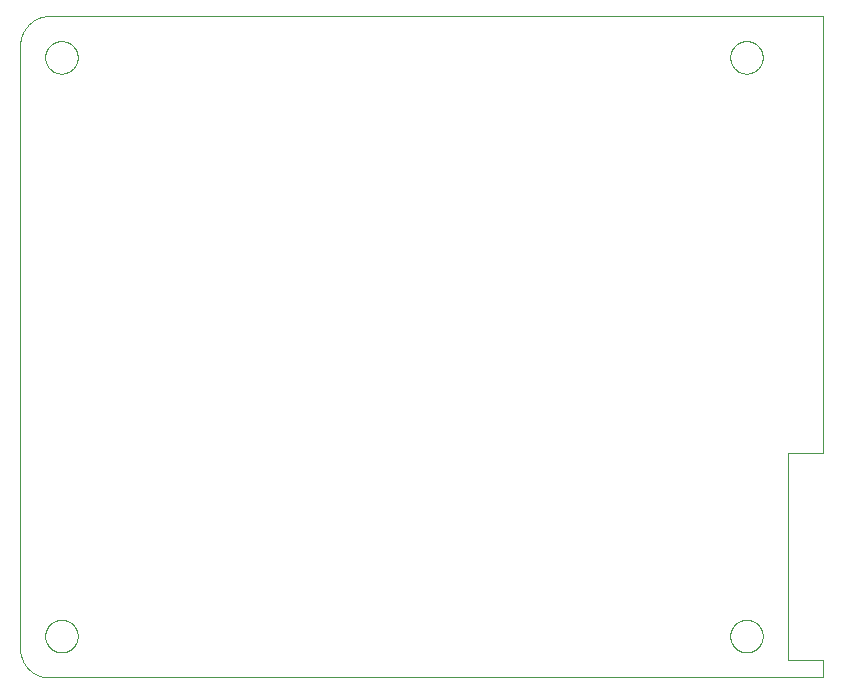
<source format=gbp>
G75*
%MOIN*%
%OFA0B0*%
%FSLAX25Y25*%
%IPPOS*%
%LPD*%
%AMOC8*
5,1,8,0,0,1.08239X$1,22.5*
%
%ADD10C,0.00000*%
D10*
X0008586Y0012587D02*
X0008586Y0213768D01*
X0008589Y0214006D01*
X0008597Y0214244D01*
X0008612Y0214481D01*
X0008632Y0214718D01*
X0008658Y0214954D01*
X0008689Y0215190D01*
X0008726Y0215425D01*
X0008769Y0215659D01*
X0008818Y0215892D01*
X0008872Y0216124D01*
X0008932Y0216354D01*
X0008997Y0216583D01*
X0009068Y0216810D01*
X0009144Y0217035D01*
X0009226Y0217258D01*
X0009313Y0217480D01*
X0009405Y0217699D01*
X0009503Y0217916D01*
X0009605Y0218130D01*
X0009713Y0218342D01*
X0009827Y0218552D01*
X0009945Y0218758D01*
X0010068Y0218962D01*
X0010196Y0219162D01*
X0010328Y0219359D01*
X0010466Y0219554D01*
X0010608Y0219744D01*
X0010755Y0219932D01*
X0010906Y0220115D01*
X0011061Y0220295D01*
X0011221Y0220471D01*
X0011385Y0220643D01*
X0011554Y0220812D01*
X0011726Y0220976D01*
X0011902Y0221136D01*
X0012082Y0221291D01*
X0012265Y0221442D01*
X0012453Y0221589D01*
X0012643Y0221731D01*
X0012838Y0221869D01*
X0013035Y0222001D01*
X0013235Y0222129D01*
X0013439Y0222252D01*
X0013645Y0222370D01*
X0013855Y0222484D01*
X0014067Y0222592D01*
X0014281Y0222694D01*
X0014498Y0222792D01*
X0014717Y0222884D01*
X0014939Y0222971D01*
X0015162Y0223053D01*
X0015387Y0223129D01*
X0015614Y0223200D01*
X0015843Y0223265D01*
X0016073Y0223325D01*
X0016305Y0223379D01*
X0016538Y0223428D01*
X0016772Y0223471D01*
X0017007Y0223508D01*
X0017243Y0223539D01*
X0017479Y0223565D01*
X0017716Y0223585D01*
X0017953Y0223600D01*
X0018191Y0223608D01*
X0018429Y0223611D01*
X0276303Y0223611D01*
X0276303Y0077942D01*
X0264492Y0077942D01*
X0264492Y0009044D01*
X0276303Y0009044D01*
X0276303Y0003138D01*
X0018429Y0003138D01*
X0018192Y0003136D01*
X0017955Y0003140D01*
X0017719Y0003150D01*
X0017482Y0003165D01*
X0017247Y0003186D01*
X0017011Y0003214D01*
X0016777Y0003246D01*
X0016543Y0003285D01*
X0016311Y0003329D01*
X0016079Y0003379D01*
X0015849Y0003435D01*
X0015620Y0003496D01*
X0015393Y0003563D01*
X0015168Y0003636D01*
X0014944Y0003714D01*
X0014723Y0003797D01*
X0014503Y0003886D01*
X0014286Y0003980D01*
X0014071Y0004079D01*
X0013859Y0004184D01*
X0013649Y0004294D01*
X0013442Y0004409D01*
X0013238Y0004529D01*
X0013037Y0004654D01*
X0012839Y0004784D01*
X0012644Y0004919D01*
X0012453Y0005059D01*
X0012265Y0005203D01*
X0012081Y0005351D01*
X0011900Y0005505D01*
X0011723Y0005662D01*
X0011550Y0005824D01*
X0011382Y0005990D01*
X0011217Y0006160D01*
X0011057Y0006334D01*
X0010900Y0006512D01*
X0010749Y0006694D01*
X0010602Y0006880D01*
X0010459Y0007069D01*
X0010321Y0007261D01*
X0010188Y0007457D01*
X0010060Y0007656D01*
X0009936Y0007858D01*
X0009818Y0008063D01*
X0009704Y0008271D01*
X0009596Y0008482D01*
X0009493Y0008695D01*
X0009396Y0008911D01*
X0009303Y0009129D01*
X0009216Y0009349D01*
X0009135Y0009571D01*
X0009059Y0009796D01*
X0008988Y0010022D01*
X0008923Y0010249D01*
X0008864Y0010478D01*
X0008810Y0010709D01*
X0008762Y0010941D01*
X0008719Y0011174D01*
X0008683Y0011408D01*
X0008652Y0011643D01*
X0008627Y0011878D01*
X0008607Y0012114D01*
X0008594Y0012350D01*
X0008586Y0012587D01*
X0016953Y0016918D02*
X0016955Y0017065D01*
X0016961Y0017211D01*
X0016971Y0017357D01*
X0016985Y0017503D01*
X0017003Y0017649D01*
X0017024Y0017794D01*
X0017050Y0017938D01*
X0017080Y0018082D01*
X0017113Y0018224D01*
X0017150Y0018366D01*
X0017191Y0018507D01*
X0017236Y0018646D01*
X0017285Y0018785D01*
X0017337Y0018922D01*
X0017394Y0019057D01*
X0017453Y0019191D01*
X0017517Y0019323D01*
X0017584Y0019453D01*
X0017654Y0019582D01*
X0017728Y0019709D01*
X0017805Y0019833D01*
X0017886Y0019956D01*
X0017970Y0020076D01*
X0018057Y0020194D01*
X0018147Y0020309D01*
X0018240Y0020422D01*
X0018337Y0020533D01*
X0018436Y0020641D01*
X0018538Y0020746D01*
X0018643Y0020848D01*
X0018751Y0020947D01*
X0018862Y0021044D01*
X0018975Y0021137D01*
X0019090Y0021227D01*
X0019208Y0021314D01*
X0019328Y0021398D01*
X0019451Y0021479D01*
X0019575Y0021556D01*
X0019702Y0021630D01*
X0019831Y0021700D01*
X0019961Y0021767D01*
X0020093Y0021831D01*
X0020227Y0021890D01*
X0020362Y0021947D01*
X0020499Y0021999D01*
X0020638Y0022048D01*
X0020777Y0022093D01*
X0020918Y0022134D01*
X0021060Y0022171D01*
X0021202Y0022204D01*
X0021346Y0022234D01*
X0021490Y0022260D01*
X0021635Y0022281D01*
X0021781Y0022299D01*
X0021927Y0022313D01*
X0022073Y0022323D01*
X0022219Y0022329D01*
X0022366Y0022331D01*
X0022513Y0022329D01*
X0022659Y0022323D01*
X0022805Y0022313D01*
X0022951Y0022299D01*
X0023097Y0022281D01*
X0023242Y0022260D01*
X0023386Y0022234D01*
X0023530Y0022204D01*
X0023672Y0022171D01*
X0023814Y0022134D01*
X0023955Y0022093D01*
X0024094Y0022048D01*
X0024233Y0021999D01*
X0024370Y0021947D01*
X0024505Y0021890D01*
X0024639Y0021831D01*
X0024771Y0021767D01*
X0024901Y0021700D01*
X0025030Y0021630D01*
X0025157Y0021556D01*
X0025281Y0021479D01*
X0025404Y0021398D01*
X0025524Y0021314D01*
X0025642Y0021227D01*
X0025757Y0021137D01*
X0025870Y0021044D01*
X0025981Y0020947D01*
X0026089Y0020848D01*
X0026194Y0020746D01*
X0026296Y0020641D01*
X0026395Y0020533D01*
X0026492Y0020422D01*
X0026585Y0020309D01*
X0026675Y0020194D01*
X0026762Y0020076D01*
X0026846Y0019956D01*
X0026927Y0019833D01*
X0027004Y0019709D01*
X0027078Y0019582D01*
X0027148Y0019453D01*
X0027215Y0019323D01*
X0027279Y0019191D01*
X0027338Y0019057D01*
X0027395Y0018922D01*
X0027447Y0018785D01*
X0027496Y0018646D01*
X0027541Y0018507D01*
X0027582Y0018366D01*
X0027619Y0018224D01*
X0027652Y0018082D01*
X0027682Y0017938D01*
X0027708Y0017794D01*
X0027729Y0017649D01*
X0027747Y0017503D01*
X0027761Y0017357D01*
X0027771Y0017211D01*
X0027777Y0017065D01*
X0027779Y0016918D01*
X0027777Y0016771D01*
X0027771Y0016625D01*
X0027761Y0016479D01*
X0027747Y0016333D01*
X0027729Y0016187D01*
X0027708Y0016042D01*
X0027682Y0015898D01*
X0027652Y0015754D01*
X0027619Y0015612D01*
X0027582Y0015470D01*
X0027541Y0015329D01*
X0027496Y0015190D01*
X0027447Y0015051D01*
X0027395Y0014914D01*
X0027338Y0014779D01*
X0027279Y0014645D01*
X0027215Y0014513D01*
X0027148Y0014383D01*
X0027078Y0014254D01*
X0027004Y0014127D01*
X0026927Y0014003D01*
X0026846Y0013880D01*
X0026762Y0013760D01*
X0026675Y0013642D01*
X0026585Y0013527D01*
X0026492Y0013414D01*
X0026395Y0013303D01*
X0026296Y0013195D01*
X0026194Y0013090D01*
X0026089Y0012988D01*
X0025981Y0012889D01*
X0025870Y0012792D01*
X0025757Y0012699D01*
X0025642Y0012609D01*
X0025524Y0012522D01*
X0025404Y0012438D01*
X0025281Y0012357D01*
X0025157Y0012280D01*
X0025030Y0012206D01*
X0024901Y0012136D01*
X0024771Y0012069D01*
X0024639Y0012005D01*
X0024505Y0011946D01*
X0024370Y0011889D01*
X0024233Y0011837D01*
X0024094Y0011788D01*
X0023955Y0011743D01*
X0023814Y0011702D01*
X0023672Y0011665D01*
X0023530Y0011632D01*
X0023386Y0011602D01*
X0023242Y0011576D01*
X0023097Y0011555D01*
X0022951Y0011537D01*
X0022805Y0011523D01*
X0022659Y0011513D01*
X0022513Y0011507D01*
X0022366Y0011505D01*
X0022219Y0011507D01*
X0022073Y0011513D01*
X0021927Y0011523D01*
X0021781Y0011537D01*
X0021635Y0011555D01*
X0021490Y0011576D01*
X0021346Y0011602D01*
X0021202Y0011632D01*
X0021060Y0011665D01*
X0020918Y0011702D01*
X0020777Y0011743D01*
X0020638Y0011788D01*
X0020499Y0011837D01*
X0020362Y0011889D01*
X0020227Y0011946D01*
X0020093Y0012005D01*
X0019961Y0012069D01*
X0019831Y0012136D01*
X0019702Y0012206D01*
X0019575Y0012280D01*
X0019451Y0012357D01*
X0019328Y0012438D01*
X0019208Y0012522D01*
X0019090Y0012609D01*
X0018975Y0012699D01*
X0018862Y0012792D01*
X0018751Y0012889D01*
X0018643Y0012988D01*
X0018538Y0013090D01*
X0018436Y0013195D01*
X0018337Y0013303D01*
X0018240Y0013414D01*
X0018147Y0013527D01*
X0018057Y0013642D01*
X0017970Y0013760D01*
X0017886Y0013880D01*
X0017805Y0014003D01*
X0017728Y0014127D01*
X0017654Y0014254D01*
X0017584Y0014383D01*
X0017517Y0014513D01*
X0017453Y0014645D01*
X0017394Y0014779D01*
X0017337Y0014914D01*
X0017285Y0015051D01*
X0017236Y0015190D01*
X0017191Y0015329D01*
X0017150Y0015470D01*
X0017113Y0015612D01*
X0017080Y0015754D01*
X0017050Y0015898D01*
X0017024Y0016042D01*
X0017003Y0016187D01*
X0016985Y0016333D01*
X0016971Y0016479D01*
X0016961Y0016625D01*
X0016955Y0016771D01*
X0016953Y0016918D01*
X0245299Y0016918D02*
X0245301Y0017065D01*
X0245307Y0017211D01*
X0245317Y0017357D01*
X0245331Y0017503D01*
X0245349Y0017649D01*
X0245370Y0017794D01*
X0245396Y0017938D01*
X0245426Y0018082D01*
X0245459Y0018224D01*
X0245496Y0018366D01*
X0245537Y0018507D01*
X0245582Y0018646D01*
X0245631Y0018785D01*
X0245683Y0018922D01*
X0245740Y0019057D01*
X0245799Y0019191D01*
X0245863Y0019323D01*
X0245930Y0019453D01*
X0246000Y0019582D01*
X0246074Y0019709D01*
X0246151Y0019833D01*
X0246232Y0019956D01*
X0246316Y0020076D01*
X0246403Y0020194D01*
X0246493Y0020309D01*
X0246586Y0020422D01*
X0246683Y0020533D01*
X0246782Y0020641D01*
X0246884Y0020746D01*
X0246989Y0020848D01*
X0247097Y0020947D01*
X0247208Y0021044D01*
X0247321Y0021137D01*
X0247436Y0021227D01*
X0247554Y0021314D01*
X0247674Y0021398D01*
X0247797Y0021479D01*
X0247921Y0021556D01*
X0248048Y0021630D01*
X0248177Y0021700D01*
X0248307Y0021767D01*
X0248439Y0021831D01*
X0248573Y0021890D01*
X0248708Y0021947D01*
X0248845Y0021999D01*
X0248984Y0022048D01*
X0249123Y0022093D01*
X0249264Y0022134D01*
X0249406Y0022171D01*
X0249548Y0022204D01*
X0249692Y0022234D01*
X0249836Y0022260D01*
X0249981Y0022281D01*
X0250127Y0022299D01*
X0250273Y0022313D01*
X0250419Y0022323D01*
X0250565Y0022329D01*
X0250712Y0022331D01*
X0250859Y0022329D01*
X0251005Y0022323D01*
X0251151Y0022313D01*
X0251297Y0022299D01*
X0251443Y0022281D01*
X0251588Y0022260D01*
X0251732Y0022234D01*
X0251876Y0022204D01*
X0252018Y0022171D01*
X0252160Y0022134D01*
X0252301Y0022093D01*
X0252440Y0022048D01*
X0252579Y0021999D01*
X0252716Y0021947D01*
X0252851Y0021890D01*
X0252985Y0021831D01*
X0253117Y0021767D01*
X0253247Y0021700D01*
X0253376Y0021630D01*
X0253503Y0021556D01*
X0253627Y0021479D01*
X0253750Y0021398D01*
X0253870Y0021314D01*
X0253988Y0021227D01*
X0254103Y0021137D01*
X0254216Y0021044D01*
X0254327Y0020947D01*
X0254435Y0020848D01*
X0254540Y0020746D01*
X0254642Y0020641D01*
X0254741Y0020533D01*
X0254838Y0020422D01*
X0254931Y0020309D01*
X0255021Y0020194D01*
X0255108Y0020076D01*
X0255192Y0019956D01*
X0255273Y0019833D01*
X0255350Y0019709D01*
X0255424Y0019582D01*
X0255494Y0019453D01*
X0255561Y0019323D01*
X0255625Y0019191D01*
X0255684Y0019057D01*
X0255741Y0018922D01*
X0255793Y0018785D01*
X0255842Y0018646D01*
X0255887Y0018507D01*
X0255928Y0018366D01*
X0255965Y0018224D01*
X0255998Y0018082D01*
X0256028Y0017938D01*
X0256054Y0017794D01*
X0256075Y0017649D01*
X0256093Y0017503D01*
X0256107Y0017357D01*
X0256117Y0017211D01*
X0256123Y0017065D01*
X0256125Y0016918D01*
X0256123Y0016771D01*
X0256117Y0016625D01*
X0256107Y0016479D01*
X0256093Y0016333D01*
X0256075Y0016187D01*
X0256054Y0016042D01*
X0256028Y0015898D01*
X0255998Y0015754D01*
X0255965Y0015612D01*
X0255928Y0015470D01*
X0255887Y0015329D01*
X0255842Y0015190D01*
X0255793Y0015051D01*
X0255741Y0014914D01*
X0255684Y0014779D01*
X0255625Y0014645D01*
X0255561Y0014513D01*
X0255494Y0014383D01*
X0255424Y0014254D01*
X0255350Y0014127D01*
X0255273Y0014003D01*
X0255192Y0013880D01*
X0255108Y0013760D01*
X0255021Y0013642D01*
X0254931Y0013527D01*
X0254838Y0013414D01*
X0254741Y0013303D01*
X0254642Y0013195D01*
X0254540Y0013090D01*
X0254435Y0012988D01*
X0254327Y0012889D01*
X0254216Y0012792D01*
X0254103Y0012699D01*
X0253988Y0012609D01*
X0253870Y0012522D01*
X0253750Y0012438D01*
X0253627Y0012357D01*
X0253503Y0012280D01*
X0253376Y0012206D01*
X0253247Y0012136D01*
X0253117Y0012069D01*
X0252985Y0012005D01*
X0252851Y0011946D01*
X0252716Y0011889D01*
X0252579Y0011837D01*
X0252440Y0011788D01*
X0252301Y0011743D01*
X0252160Y0011702D01*
X0252018Y0011665D01*
X0251876Y0011632D01*
X0251732Y0011602D01*
X0251588Y0011576D01*
X0251443Y0011555D01*
X0251297Y0011537D01*
X0251151Y0011523D01*
X0251005Y0011513D01*
X0250859Y0011507D01*
X0250712Y0011505D01*
X0250565Y0011507D01*
X0250419Y0011513D01*
X0250273Y0011523D01*
X0250127Y0011537D01*
X0249981Y0011555D01*
X0249836Y0011576D01*
X0249692Y0011602D01*
X0249548Y0011632D01*
X0249406Y0011665D01*
X0249264Y0011702D01*
X0249123Y0011743D01*
X0248984Y0011788D01*
X0248845Y0011837D01*
X0248708Y0011889D01*
X0248573Y0011946D01*
X0248439Y0012005D01*
X0248307Y0012069D01*
X0248177Y0012136D01*
X0248048Y0012206D01*
X0247921Y0012280D01*
X0247797Y0012357D01*
X0247674Y0012438D01*
X0247554Y0012522D01*
X0247436Y0012609D01*
X0247321Y0012699D01*
X0247208Y0012792D01*
X0247097Y0012889D01*
X0246989Y0012988D01*
X0246884Y0013090D01*
X0246782Y0013195D01*
X0246683Y0013303D01*
X0246586Y0013414D01*
X0246493Y0013527D01*
X0246403Y0013642D01*
X0246316Y0013760D01*
X0246232Y0013880D01*
X0246151Y0014003D01*
X0246074Y0014127D01*
X0246000Y0014254D01*
X0245930Y0014383D01*
X0245863Y0014513D01*
X0245799Y0014645D01*
X0245740Y0014779D01*
X0245683Y0014914D01*
X0245631Y0015051D01*
X0245582Y0015190D01*
X0245537Y0015329D01*
X0245496Y0015470D01*
X0245459Y0015612D01*
X0245426Y0015754D01*
X0245396Y0015898D01*
X0245370Y0016042D01*
X0245349Y0016187D01*
X0245331Y0016333D01*
X0245317Y0016479D01*
X0245307Y0016625D01*
X0245301Y0016771D01*
X0245299Y0016918D01*
X0245299Y0209831D02*
X0245301Y0209978D01*
X0245307Y0210124D01*
X0245317Y0210270D01*
X0245331Y0210416D01*
X0245349Y0210562D01*
X0245370Y0210707D01*
X0245396Y0210851D01*
X0245426Y0210995D01*
X0245459Y0211137D01*
X0245496Y0211279D01*
X0245537Y0211420D01*
X0245582Y0211559D01*
X0245631Y0211698D01*
X0245683Y0211835D01*
X0245740Y0211970D01*
X0245799Y0212104D01*
X0245863Y0212236D01*
X0245930Y0212366D01*
X0246000Y0212495D01*
X0246074Y0212622D01*
X0246151Y0212746D01*
X0246232Y0212869D01*
X0246316Y0212989D01*
X0246403Y0213107D01*
X0246493Y0213222D01*
X0246586Y0213335D01*
X0246683Y0213446D01*
X0246782Y0213554D01*
X0246884Y0213659D01*
X0246989Y0213761D01*
X0247097Y0213860D01*
X0247208Y0213957D01*
X0247321Y0214050D01*
X0247436Y0214140D01*
X0247554Y0214227D01*
X0247674Y0214311D01*
X0247797Y0214392D01*
X0247921Y0214469D01*
X0248048Y0214543D01*
X0248177Y0214613D01*
X0248307Y0214680D01*
X0248439Y0214744D01*
X0248573Y0214803D01*
X0248708Y0214860D01*
X0248845Y0214912D01*
X0248984Y0214961D01*
X0249123Y0215006D01*
X0249264Y0215047D01*
X0249406Y0215084D01*
X0249548Y0215117D01*
X0249692Y0215147D01*
X0249836Y0215173D01*
X0249981Y0215194D01*
X0250127Y0215212D01*
X0250273Y0215226D01*
X0250419Y0215236D01*
X0250565Y0215242D01*
X0250712Y0215244D01*
X0250859Y0215242D01*
X0251005Y0215236D01*
X0251151Y0215226D01*
X0251297Y0215212D01*
X0251443Y0215194D01*
X0251588Y0215173D01*
X0251732Y0215147D01*
X0251876Y0215117D01*
X0252018Y0215084D01*
X0252160Y0215047D01*
X0252301Y0215006D01*
X0252440Y0214961D01*
X0252579Y0214912D01*
X0252716Y0214860D01*
X0252851Y0214803D01*
X0252985Y0214744D01*
X0253117Y0214680D01*
X0253247Y0214613D01*
X0253376Y0214543D01*
X0253503Y0214469D01*
X0253627Y0214392D01*
X0253750Y0214311D01*
X0253870Y0214227D01*
X0253988Y0214140D01*
X0254103Y0214050D01*
X0254216Y0213957D01*
X0254327Y0213860D01*
X0254435Y0213761D01*
X0254540Y0213659D01*
X0254642Y0213554D01*
X0254741Y0213446D01*
X0254838Y0213335D01*
X0254931Y0213222D01*
X0255021Y0213107D01*
X0255108Y0212989D01*
X0255192Y0212869D01*
X0255273Y0212746D01*
X0255350Y0212622D01*
X0255424Y0212495D01*
X0255494Y0212366D01*
X0255561Y0212236D01*
X0255625Y0212104D01*
X0255684Y0211970D01*
X0255741Y0211835D01*
X0255793Y0211698D01*
X0255842Y0211559D01*
X0255887Y0211420D01*
X0255928Y0211279D01*
X0255965Y0211137D01*
X0255998Y0210995D01*
X0256028Y0210851D01*
X0256054Y0210707D01*
X0256075Y0210562D01*
X0256093Y0210416D01*
X0256107Y0210270D01*
X0256117Y0210124D01*
X0256123Y0209978D01*
X0256125Y0209831D01*
X0256123Y0209684D01*
X0256117Y0209538D01*
X0256107Y0209392D01*
X0256093Y0209246D01*
X0256075Y0209100D01*
X0256054Y0208955D01*
X0256028Y0208811D01*
X0255998Y0208667D01*
X0255965Y0208525D01*
X0255928Y0208383D01*
X0255887Y0208242D01*
X0255842Y0208103D01*
X0255793Y0207964D01*
X0255741Y0207827D01*
X0255684Y0207692D01*
X0255625Y0207558D01*
X0255561Y0207426D01*
X0255494Y0207296D01*
X0255424Y0207167D01*
X0255350Y0207040D01*
X0255273Y0206916D01*
X0255192Y0206793D01*
X0255108Y0206673D01*
X0255021Y0206555D01*
X0254931Y0206440D01*
X0254838Y0206327D01*
X0254741Y0206216D01*
X0254642Y0206108D01*
X0254540Y0206003D01*
X0254435Y0205901D01*
X0254327Y0205802D01*
X0254216Y0205705D01*
X0254103Y0205612D01*
X0253988Y0205522D01*
X0253870Y0205435D01*
X0253750Y0205351D01*
X0253627Y0205270D01*
X0253503Y0205193D01*
X0253376Y0205119D01*
X0253247Y0205049D01*
X0253117Y0204982D01*
X0252985Y0204918D01*
X0252851Y0204859D01*
X0252716Y0204802D01*
X0252579Y0204750D01*
X0252440Y0204701D01*
X0252301Y0204656D01*
X0252160Y0204615D01*
X0252018Y0204578D01*
X0251876Y0204545D01*
X0251732Y0204515D01*
X0251588Y0204489D01*
X0251443Y0204468D01*
X0251297Y0204450D01*
X0251151Y0204436D01*
X0251005Y0204426D01*
X0250859Y0204420D01*
X0250712Y0204418D01*
X0250565Y0204420D01*
X0250419Y0204426D01*
X0250273Y0204436D01*
X0250127Y0204450D01*
X0249981Y0204468D01*
X0249836Y0204489D01*
X0249692Y0204515D01*
X0249548Y0204545D01*
X0249406Y0204578D01*
X0249264Y0204615D01*
X0249123Y0204656D01*
X0248984Y0204701D01*
X0248845Y0204750D01*
X0248708Y0204802D01*
X0248573Y0204859D01*
X0248439Y0204918D01*
X0248307Y0204982D01*
X0248177Y0205049D01*
X0248048Y0205119D01*
X0247921Y0205193D01*
X0247797Y0205270D01*
X0247674Y0205351D01*
X0247554Y0205435D01*
X0247436Y0205522D01*
X0247321Y0205612D01*
X0247208Y0205705D01*
X0247097Y0205802D01*
X0246989Y0205901D01*
X0246884Y0206003D01*
X0246782Y0206108D01*
X0246683Y0206216D01*
X0246586Y0206327D01*
X0246493Y0206440D01*
X0246403Y0206555D01*
X0246316Y0206673D01*
X0246232Y0206793D01*
X0246151Y0206916D01*
X0246074Y0207040D01*
X0246000Y0207167D01*
X0245930Y0207296D01*
X0245863Y0207426D01*
X0245799Y0207558D01*
X0245740Y0207692D01*
X0245683Y0207827D01*
X0245631Y0207964D01*
X0245582Y0208103D01*
X0245537Y0208242D01*
X0245496Y0208383D01*
X0245459Y0208525D01*
X0245426Y0208667D01*
X0245396Y0208811D01*
X0245370Y0208955D01*
X0245349Y0209100D01*
X0245331Y0209246D01*
X0245317Y0209392D01*
X0245307Y0209538D01*
X0245301Y0209684D01*
X0245299Y0209831D01*
X0016953Y0209831D02*
X0016955Y0209978D01*
X0016961Y0210124D01*
X0016971Y0210270D01*
X0016985Y0210416D01*
X0017003Y0210562D01*
X0017024Y0210707D01*
X0017050Y0210851D01*
X0017080Y0210995D01*
X0017113Y0211137D01*
X0017150Y0211279D01*
X0017191Y0211420D01*
X0017236Y0211559D01*
X0017285Y0211698D01*
X0017337Y0211835D01*
X0017394Y0211970D01*
X0017453Y0212104D01*
X0017517Y0212236D01*
X0017584Y0212366D01*
X0017654Y0212495D01*
X0017728Y0212622D01*
X0017805Y0212746D01*
X0017886Y0212869D01*
X0017970Y0212989D01*
X0018057Y0213107D01*
X0018147Y0213222D01*
X0018240Y0213335D01*
X0018337Y0213446D01*
X0018436Y0213554D01*
X0018538Y0213659D01*
X0018643Y0213761D01*
X0018751Y0213860D01*
X0018862Y0213957D01*
X0018975Y0214050D01*
X0019090Y0214140D01*
X0019208Y0214227D01*
X0019328Y0214311D01*
X0019451Y0214392D01*
X0019575Y0214469D01*
X0019702Y0214543D01*
X0019831Y0214613D01*
X0019961Y0214680D01*
X0020093Y0214744D01*
X0020227Y0214803D01*
X0020362Y0214860D01*
X0020499Y0214912D01*
X0020638Y0214961D01*
X0020777Y0215006D01*
X0020918Y0215047D01*
X0021060Y0215084D01*
X0021202Y0215117D01*
X0021346Y0215147D01*
X0021490Y0215173D01*
X0021635Y0215194D01*
X0021781Y0215212D01*
X0021927Y0215226D01*
X0022073Y0215236D01*
X0022219Y0215242D01*
X0022366Y0215244D01*
X0022513Y0215242D01*
X0022659Y0215236D01*
X0022805Y0215226D01*
X0022951Y0215212D01*
X0023097Y0215194D01*
X0023242Y0215173D01*
X0023386Y0215147D01*
X0023530Y0215117D01*
X0023672Y0215084D01*
X0023814Y0215047D01*
X0023955Y0215006D01*
X0024094Y0214961D01*
X0024233Y0214912D01*
X0024370Y0214860D01*
X0024505Y0214803D01*
X0024639Y0214744D01*
X0024771Y0214680D01*
X0024901Y0214613D01*
X0025030Y0214543D01*
X0025157Y0214469D01*
X0025281Y0214392D01*
X0025404Y0214311D01*
X0025524Y0214227D01*
X0025642Y0214140D01*
X0025757Y0214050D01*
X0025870Y0213957D01*
X0025981Y0213860D01*
X0026089Y0213761D01*
X0026194Y0213659D01*
X0026296Y0213554D01*
X0026395Y0213446D01*
X0026492Y0213335D01*
X0026585Y0213222D01*
X0026675Y0213107D01*
X0026762Y0212989D01*
X0026846Y0212869D01*
X0026927Y0212746D01*
X0027004Y0212622D01*
X0027078Y0212495D01*
X0027148Y0212366D01*
X0027215Y0212236D01*
X0027279Y0212104D01*
X0027338Y0211970D01*
X0027395Y0211835D01*
X0027447Y0211698D01*
X0027496Y0211559D01*
X0027541Y0211420D01*
X0027582Y0211279D01*
X0027619Y0211137D01*
X0027652Y0210995D01*
X0027682Y0210851D01*
X0027708Y0210707D01*
X0027729Y0210562D01*
X0027747Y0210416D01*
X0027761Y0210270D01*
X0027771Y0210124D01*
X0027777Y0209978D01*
X0027779Y0209831D01*
X0027777Y0209684D01*
X0027771Y0209538D01*
X0027761Y0209392D01*
X0027747Y0209246D01*
X0027729Y0209100D01*
X0027708Y0208955D01*
X0027682Y0208811D01*
X0027652Y0208667D01*
X0027619Y0208525D01*
X0027582Y0208383D01*
X0027541Y0208242D01*
X0027496Y0208103D01*
X0027447Y0207964D01*
X0027395Y0207827D01*
X0027338Y0207692D01*
X0027279Y0207558D01*
X0027215Y0207426D01*
X0027148Y0207296D01*
X0027078Y0207167D01*
X0027004Y0207040D01*
X0026927Y0206916D01*
X0026846Y0206793D01*
X0026762Y0206673D01*
X0026675Y0206555D01*
X0026585Y0206440D01*
X0026492Y0206327D01*
X0026395Y0206216D01*
X0026296Y0206108D01*
X0026194Y0206003D01*
X0026089Y0205901D01*
X0025981Y0205802D01*
X0025870Y0205705D01*
X0025757Y0205612D01*
X0025642Y0205522D01*
X0025524Y0205435D01*
X0025404Y0205351D01*
X0025281Y0205270D01*
X0025157Y0205193D01*
X0025030Y0205119D01*
X0024901Y0205049D01*
X0024771Y0204982D01*
X0024639Y0204918D01*
X0024505Y0204859D01*
X0024370Y0204802D01*
X0024233Y0204750D01*
X0024094Y0204701D01*
X0023955Y0204656D01*
X0023814Y0204615D01*
X0023672Y0204578D01*
X0023530Y0204545D01*
X0023386Y0204515D01*
X0023242Y0204489D01*
X0023097Y0204468D01*
X0022951Y0204450D01*
X0022805Y0204436D01*
X0022659Y0204426D01*
X0022513Y0204420D01*
X0022366Y0204418D01*
X0022219Y0204420D01*
X0022073Y0204426D01*
X0021927Y0204436D01*
X0021781Y0204450D01*
X0021635Y0204468D01*
X0021490Y0204489D01*
X0021346Y0204515D01*
X0021202Y0204545D01*
X0021060Y0204578D01*
X0020918Y0204615D01*
X0020777Y0204656D01*
X0020638Y0204701D01*
X0020499Y0204750D01*
X0020362Y0204802D01*
X0020227Y0204859D01*
X0020093Y0204918D01*
X0019961Y0204982D01*
X0019831Y0205049D01*
X0019702Y0205119D01*
X0019575Y0205193D01*
X0019451Y0205270D01*
X0019328Y0205351D01*
X0019208Y0205435D01*
X0019090Y0205522D01*
X0018975Y0205612D01*
X0018862Y0205705D01*
X0018751Y0205802D01*
X0018643Y0205901D01*
X0018538Y0206003D01*
X0018436Y0206108D01*
X0018337Y0206216D01*
X0018240Y0206327D01*
X0018147Y0206440D01*
X0018057Y0206555D01*
X0017970Y0206673D01*
X0017886Y0206793D01*
X0017805Y0206916D01*
X0017728Y0207040D01*
X0017654Y0207167D01*
X0017584Y0207296D01*
X0017517Y0207426D01*
X0017453Y0207558D01*
X0017394Y0207692D01*
X0017337Y0207827D01*
X0017285Y0207964D01*
X0017236Y0208103D01*
X0017191Y0208242D01*
X0017150Y0208383D01*
X0017113Y0208525D01*
X0017080Y0208667D01*
X0017050Y0208811D01*
X0017024Y0208955D01*
X0017003Y0209100D01*
X0016985Y0209246D01*
X0016971Y0209392D01*
X0016961Y0209538D01*
X0016955Y0209684D01*
X0016953Y0209831D01*
M02*

</source>
